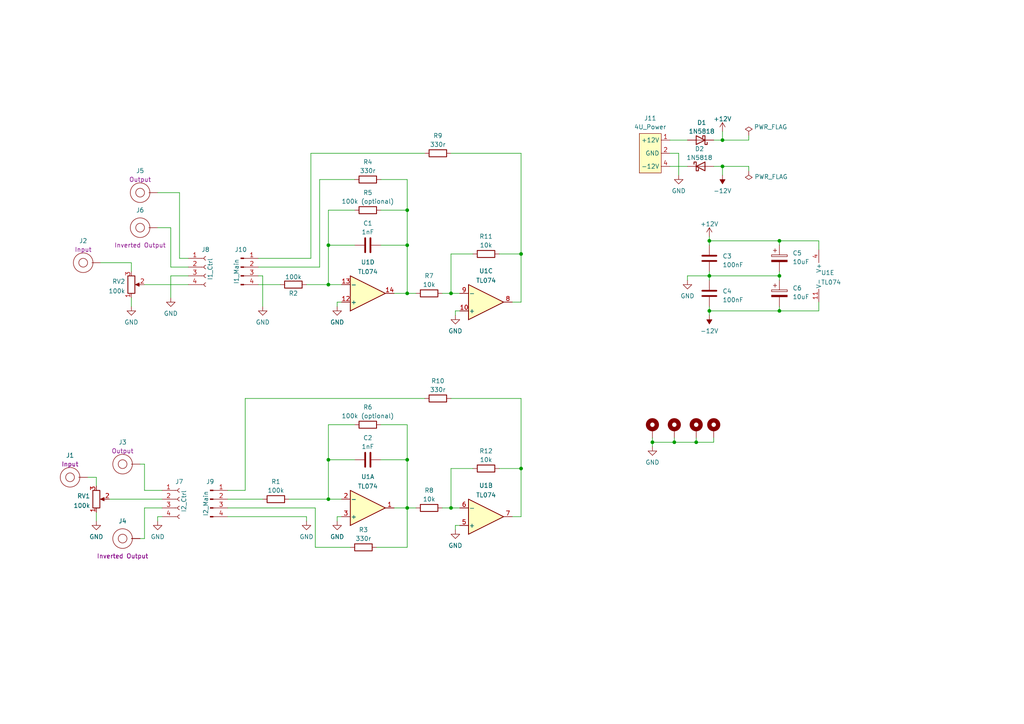
<source format=kicad_sch>
(kicad_sch (version 20230121) (generator eeschema)
  (paper "A4")
  (title_block (title "Simple Integrator") (date "2022-07-14") (rev "r02") (comment 2 "creativecommons.org/licenses/by/4.0/") (comment 3 "License: CC BY 4.0") (comment 4 "Author: Guy John"))
  (lib_symbols
    (symbol "4U_Power:4U_Power"
      (property "Reference" "J" (at 0 6.985 0))
      (property "Value" "4U_Power" (at 0 -6.985 0))
      (symbol "4U_Power_0_1"
        (rectangle (start -2.54 5.715) (end 3.81 -5.715) (stroke (width 0.1524)) (fill (type background)))
      )
      (symbol "4U_Power_1_1"
        (pin power_out line (at 6.35 3.81 180) (length 2.54) (name "+12V") (number "1"))
        (pin power_out line (at 6.35 0 180) (length 2.54) (name "GND") (number "2"))
        (pin passive line (at 6.35 0 180) (length 2.54) hide (name "GND") (number "3"))
        (pin power_out line (at 6.35 -3.81 180) (length 2.54) (name "-12V") (number "4"))
      )
    )
    (symbol "Amplifier_Operational:TL074" (pin_names (offset 0.127))
      (property "Reference" "U" (at 0 5.08 0))
      (property "Value" "TL074" (at 0 -5.08 0))
      (symbol "TL074_1_1"
        (polyline (pts (xy -5.08 5.08) (xy 5.08 0) (xy -5.08 -5.08) (xy -5.08 5.08)) (stroke (width 0.254)) (fill (type background)))
        (pin output line (at 7.62 0 180) (length 2.54) (name "~") (number "1"))
        (pin input line (at -7.62 -2.54 0) (length 2.54) (name "-") (number "2"))
        (pin input line (at -7.62 2.54 0) (length 2.54) (name "+") (number "3"))
      )
      (symbol "TL074_2_1"
        (polyline (pts (xy -5.08 5.08) (xy 5.08 0) (xy -5.08 -5.08) (xy -5.08 5.08)) (stroke (width 0.254)) (fill (type background)))
        (pin input line (at -7.62 2.54 0) (length 2.54) (name "+") (number "5"))
        (pin input line (at -7.62 -2.54 0) (length 2.54) (name "-") (number "6"))
        (pin output line (at 7.62 0 180) (length 2.54) (name "~") (number "7"))
      )
      (symbol "TL074_3_1"
        (polyline (pts (xy -5.08 5.08) (xy 5.08 0) (xy -5.08 -5.08) (xy -5.08 5.08)) (stroke (width 0.254)) (fill (type background)))
        (pin input line (at -7.62 2.54 0) (length 2.54) (name "+") (number "10"))
        (pin output line (at 7.62 0 180) (length 2.54) (name "~") (number "8"))
        (pin input line (at -7.62 -2.54 0) (length 2.54) (name "-") (number "9"))
      )
      (symbol "TL074_4_1"
        (polyline (pts (xy -5.08 5.08) (xy 5.08 0) (xy -5.08 -5.08) (xy -5.08 5.08)) (stroke (width 0.254)) (fill (type background)))
        (pin input line (at -7.62 2.54 0) (length 2.54) (name "+") (number "12"))
        (pin input line (at -7.62 -2.54 0) (length 2.54) (name "-") (number "13"))
        (pin output line (at 7.62 0 180) (length 2.54) (name "~") (number "14"))
      )
      (symbol "TL074_5_1"
        (pin power_in line (at -2.54 -7.62 90) (length 3.81) (name "V-") (number "11"))
        (pin power_in line (at -2.54 7.62 270) (length 3.81) (name "V+") (number "4"))
      )
    )
    (symbol "Banana_Jacks:Banana_Socket_PanelMount" (pin_numbers hide) (pin_names (offset 1.016) hide)
      (property "Reference" "J" (at 0 3.81 0))
      (symbol "Banana_Socket_PanelMount_0_1"
        (circle (center 0 0) (radius 1.27))
        (circle (center 0 0) (radius 2.8448))
      )
      (symbol "Banana_Socket_PanelMount_1_1"
        (pin bidirectional line (at 5.08 0 180) (length 2.54) (name "~") (number "1"))
      )
    )
    (symbol "Connector:Conn_01x04_Pin" (pin_names (offset 1.016) hide)
      (property "Reference" "J" (at 0 5.08 0))
      (property "Value" "Conn_01x04_Pin" (at 0 -7.62 0))
      (symbol "Conn_01x04_Pin_1_1"
        (polyline (pts (xy 1.27 -5.08) (xy 0.8636 -5.08)) (stroke (width 0.1524)))
        (polyline (pts (xy 1.27 -2.54) (xy 0.8636 -2.54)) (stroke (width 0.1524)))
        (polyline (pts (xy 1.27 0) (xy 0.8636 0)) (stroke (width 0.1524)))
        (polyline (pts (xy 1.27 2.54) (xy 0.8636 2.54)) (stroke (width 0.1524)))
        (rectangle (start 0.8636 -4.953) (end 0 -5.207) (stroke (width 0.1524)) (fill (type outline)))
        (rectangle (start 0.8636 -2.413) (end 0 -2.667) (stroke (width 0.1524)) (fill (type outline)))
        (rectangle (start 0.8636 0.127) (end 0 -0.127) (stroke (width 0.1524)) (fill (type outline)))
        (rectangle (start 0.8636 2.667) (end 0 2.413) (stroke (width 0.1524)) (fill (type outline)))
        (pin passive line (at 5.08 2.54 180) (length 3.81) (name "Pin_1") (number "1"))
        (pin passive line (at 5.08 0 180) (length 3.81) (name "Pin_2") (number "2"))
        (pin passive line (at 5.08 -2.54 180) (length 3.81) (name "Pin_3") (number "3"))
        (pin passive line (at 5.08 -5.08 180) (length 3.81) (name "Pin_4") (number "4"))
      )
    )
    (symbol "Connector:Conn_01x04_Socket" (pin_names (offset 1.016) hide)
      (property "Reference" "J" (at 0 5.08 0))
      (property "Value" "Conn_01x04_Socket" (at 0 -7.62 0))
      (symbol "Conn_01x04_Socket_1_1"
        (arc (start 0 -4.572) (mid -0.5058 -5.08) (end 0 -5.588) (stroke (width 0.1524)))
        (arc (start 0 -2.032) (mid -0.5058 -2.54) (end 0 -3.048) (stroke (width 0.1524)))
        (polyline (pts (xy -1.27 -5.08) (xy -0.508 -5.08)) (stroke (width 0.1524)))
        (polyline (pts (xy -1.27 -2.54) (xy -0.508 -2.54)) (stroke (width 0.1524)))
        (polyline (pts (xy -1.27 0) (xy -0.508 0)) (stroke (width 0.1524)))
        (polyline (pts (xy -1.27 2.54) (xy -0.508 2.54)) (stroke (width 0.1524)))
        (arc (start 0 0.508) (mid -0.5058 0) (end 0 -0.508) (stroke (width 0.1524)))
        (arc (start 0 3.048) (mid -0.5058 2.54) (end 0 2.032) (stroke (width 0.1524)))
        (pin passive line (at -5.08 2.54 0) (length 3.81) (name "Pin_1") (number "1"))
        (pin passive line (at -5.08 0 0) (length 3.81) (name "Pin_2") (number "2"))
        (pin passive line (at -5.08 -2.54 0) (length 3.81) (name "Pin_3") (number "3"))
        (pin passive line (at -5.08 -5.08 0) (length 3.81) (name "Pin_4") (number "4"))
      )
    )
    (symbol "Device:D_Schottky" (pin_numbers hide) (pin_names (offset 1.016) hide)
      (property "Reference" "D" (at 0 2.54 0))
      (property "Value" "D_Schottky" (at 0 -2.54 0))
      (symbol "D_Schottky_0_1"
        (polyline (pts (xy 1.27 0) (xy -1.27 0)))
        (polyline (pts (xy 1.27 1.27) (xy 1.27 -1.27) (xy -1.27 0) (xy 1.27 1.27)) (stroke (width 0.254)))
        (polyline (pts (xy -1.905 0.635) (xy -1.905 1.27) (xy -1.27 1.27) (xy -1.27 -1.27) (xy -0.635 -1.27) (xy -0.635 -0.635)) (stroke (width 0.254)))
      )
      (symbol "D_Schottky_1_1"
        (pin passive line (at -3.81 0 0) (length 2.54) (name "K") (number "1"))
        (pin passive line (at 3.81 0 180) (length 2.54) (name "A") (number "2"))
      )
    )
    (symbol "Device:R_Potentiometer" (pin_names (offset 1.016) hide)
      (property "Reference" "RV" (at -4.445 0 90))
      (property "Value" "R_Potentiometer" (at -2.54 0 90))
      (symbol "R_Potentiometer_0_1"
        (polyline (pts (xy 2.54 0) (xy 1.524 0)))
        (polyline (pts (xy 1.143 0) (xy 2.286 0.508) (xy 2.286 -0.508) (xy 1.143 0)) (fill (type outline)))
        (rectangle (start 1.016 2.54) (end -1.016 -2.54) (stroke (width 0.254)))
      )
      (symbol "R_Potentiometer_1_1"
        (pin passive line (at 0 3.81 270) (length 1.27) (name "1") (number "1"))
        (pin passive line (at 3.81 0 180) (length 1.27) (name "2") (number "2"))
        (pin passive line (at 0 -3.81 90) (length 1.27) (name "3") (number "3"))
      )
    )
    (symbol "Mechanical:MountingHole_Pad" (pin_numbers hide) (pin_names (offset 1.016) hide)
      (property "Reference" "H" (at 0 6.35 0))
      (property "Value" "MountingHole_Pad" (at 0 4.445 0))
      (symbol "MountingHole_Pad_0_1"
        (circle (center 0 1.27) (radius 1.27) (stroke (width 1.27)))
      )
      (symbol "MountingHole_Pad_1_1"
        (pin input line (at 0 -2.54 90) (length 2.54) (name "1") (number "1"))
      )
    )
    (symbol "Rumblesan Standard Parts:C" (pin_numbers hide) (pin_names (offset 0.254) hide)
      (property "Reference" "C?" (at -6.35 0 90))
      (property "Value" "C" (at -3.81 0 90))
      (symbol "C_0_1"
        (polyline (pts (xy -2.032 -0.762) (xy 2.032 -0.762)) (stroke (width 0.508)))
        (polyline (pts (xy -2.032 0.762) (xy 2.032 0.762)) (stroke (width 0.508)))
      )
      (symbol "C_1_1"
        (pin passive line (at 0 3.81 270) (length 2.794) (name "~") (number "1"))
        (pin passive line (at 0 -3.81 90) (length 2.794) (name "~") (number "2"))
      )
    )
    (symbol "Rumblesan Standard Parts:C_Polarized" (pin_numbers hide) (pin_names (offset 0.254) hide)
      (property "Reference" "C?" (at -6.35 0 90))
      (property "Value" "C_Polarized" (at -3.81 0 90))
      (symbol "C_Polarized_0_1"
        (rectangle (start -2.286 0.508) (end 2.286 1.016))
        (polyline (pts (xy -1.778 2.286) (xy -0.762 2.286)))
        (polyline (pts (xy -1.27 2.794) (xy -1.27 1.778)))
        (rectangle (start 2.286 -0.508) (end -2.286 -1.016) (fill (type outline)))
      )
      (symbol "C_Polarized_1_1"
        (pin passive line (at 0 3.81 270) (length 2.794) (name "~") (number "1"))
        (pin passive line (at 0 -3.81 90) (length 2.794) (name "~") (number "2"))
      )
    )
    (symbol "Rumblesan Standard Parts:R" (pin_numbers hide) (pin_names (offset 0))
      (property "Reference" "R?" (at -5.08 0 90))
      (property "Value" "R" (at -2.54 0 90))
      (symbol "R_0_1"
        (rectangle (start 1.016 2.54) (end -1.016 -2.54) (stroke (width 0.254)))
      )
      (symbol "R_1_1"
        (pin passive line (at 0 -3.81 90) (length 1.27) (name "~") (number "1"))
        (pin passive line (at 0 3.81 270) (length 1.27) (name "~") (number "2"))
      )
    )
    (symbol "power:+12V" (power) (pin_names (offset 0))
      (property "Value" "+12V" (at 0 3.556 0))
      (symbol "+12V_0_1"
        (polyline (pts (xy -0.762 1.27) (xy 0 2.54)))
        (polyline (pts (xy 0 0) (xy 0 2.54)))
        (polyline (pts (xy 0 2.54) (xy 0.762 1.27)))
      )
      (symbol "+12V_1_1"
        (pin power_in line (at 0 0 90) (length 0) hide (name "+12V") (number "1"))
      )
    )
    (symbol "power:-12V" (power) (pin_names (offset 0))
      (property "Value" "-12V" (at 0 3.81 0))
      (symbol "-12V_0_0"
        (pin power_in line (at 0 0 90) (length 0) hide (name "-12V") (number "1"))
      )
      (symbol "-12V_0_1"
        (polyline (pts (xy 0 0) (xy 0 1.27) (xy 0.762 1.27) (xy 0 2.54) (xy -0.762 1.27) (xy 0 1.27)) (fill (type outline)))
      )
    )
    (symbol "power:GND" (power) (pin_names (offset 0))
      (property "Value" "GND" (at 0 -3.81 0))
      (symbol "GND_0_1"
        (polyline (pts (xy 0 0) (xy 0 -1.27) (xy 1.27 -1.27) (xy 0 -2.54) (xy -1.27 -1.27) (xy 0 -1.27)))
      )
      (symbol "GND_1_1"
        (pin power_in line (at 0 0 270) (length 0) hide (name "GND") (number "1"))
      )
    )
    (symbol "power:PWR_FLAG" (power) (pin_numbers hide) (pin_names (offset 0) hide)
      (property "Value" "PWR_FLAG" (at 0 3.81 0))
      (symbol "PWR_FLAG_0_0"
        (pin power_out line (at 0 0 90) (length 0) (name "pwr") (number "1"))
      )
      (symbol "PWR_FLAG_0_1"
        (polyline (pts (xy 0 0) (xy 0 1.27) (xy -1.016 1.905) (xy 0 2.54) (xy 1.016 1.905) (xy 0 1.27)))
      )
    )
  )
  (junction (at 130.81 147.32))
  (junction (at 195.58 128.27))
  (junction (at 118.11 133.35))
  (junction (at 201.93 128.27))
  (junction (at 151.13 73.66))
  (junction (at 95.25 82.55))
  (junction (at 95.25 144.78))
  (junction (at 226.06 90.17))
  (junction (at 130.81 85.09))
  (junction (at 95.25 133.35))
  (junction (at 189.23 128.27))
  (junction (at 226.06 80.01))
  (junction (at 205.74 90.17))
  (junction (at 118.11 71.12))
  (junction (at 209.55 40.64))
  (junction (at 205.74 69.85))
  (junction (at 118.11 60.96))
  (junction (at 209.55 48.26))
  (junction (at 151.13 135.89))
  (junction (at 118.11 85.09))
  (junction (at 226.06 69.85))
  (junction (at 118.11 147.32))
  (junction (at 205.74 80.01))
  (junction (at 95.25 71.12))
  (wire (pts (xy 148.59 149.86) (xy 151.13 149.86)))
  (wire (pts (xy 88.9 149.86) (xy 88.9 151.13)))
  (wire (pts (xy 205.74 69.85) (xy 226.06 69.85)))
  (wire (pts (xy 207.01 127) (xy 207.01 128.27)))
  (wire (pts (xy 118.11 85.09) (xy 120.65 85.09)))
  (wire (pts (xy 151.13 135.89) (xy 144.78 135.89)))
  (wire (pts (xy 76.2 80.01) (xy 76.2 88.9)))
  (wire (pts (xy 66.04 144.78) (xy 76.2 144.78)))
  (wire (pts (xy 118.11 52.07) (xy 118.11 60.96)))
  (wire (pts (xy 118.11 60.96) (xy 118.11 71.12)))
  (wire (pts (xy 130.81 85.09) (xy 130.81 73.66)))
  (wire (pts (xy 45.72 149.86) (xy 45.72 151.13)))
  (wire (pts (xy 97.79 87.63) (xy 97.79 88.9)))
  (wire (pts (xy 226.06 69.85) (xy 237.49 69.85)))
  (wire (pts (xy 217.17 40.64) (xy 209.55 40.64)))
  (wire (pts (xy 130.81 135.89) (xy 137.16 135.89)))
  (wire (pts (xy 92.71 52.07) (xy 102.87 52.07)))
  (wire (pts (xy 29.21 76.2) (xy 38.1 76.2)))
  (wire (pts (xy 95.25 123.19) (xy 95.25 133.35)))
  (wire (pts (xy 97.79 149.86) (xy 97.79 151.13)))
  (wire (pts (xy 199.39 80.01) (xy 205.74 80.01)))
  (wire (pts (xy 199.39 81.28) (xy 199.39 80.01)))
  (wire (pts (xy 130.81 73.66) (xy 137.16 73.66)))
  (wire (pts (xy 90.17 44.45) (xy 90.17 74.93)))
  (wire (pts (xy 83.82 144.78) (xy 95.25 144.78)))
  (wire (pts (xy 52.07 55.88) (xy 45.72 55.88)))
  (wire (pts (xy 151.13 73.66) (xy 144.78 73.66)))
  (wire (pts (xy 114.3 147.32) (xy 118.11 147.32)))
  (wire (pts (xy 128.27 147.32) (xy 130.81 147.32)))
  (wire (pts (xy 118.11 147.32) (xy 118.11 133.35)))
  (wire (pts (xy 128.27 85.09) (xy 130.81 85.09)))
  (wire (pts (xy 27.94 138.43) (xy 27.94 140.97)))
  (wire (pts (xy 196.85 44.45) (xy 196.85 50.8)))
  (wire (pts (xy 151.13 44.45) (xy 151.13 73.66)))
  (wire (pts (xy 95.25 133.35) (xy 95.25 144.78)))
  (wire (pts (xy 95.25 60.96) (xy 95.25 71.12)))
  (wire (pts (xy 27.94 148.59) (xy 27.94 151.13)))
  (wire (pts (xy 205.74 90.17) (xy 226.06 90.17)))
  (wire (pts (xy 99.06 87.63) (xy 97.79 87.63)))
  (wire (pts (xy 54.61 74.93) (xy 52.07 74.93)))
  (wire (pts (xy 52.07 74.93) (xy 52.07 55.88)))
  (wire (pts (xy 130.81 44.45) (xy 151.13 44.45)))
  (wire (pts (xy 226.06 71.12) (xy 226.06 69.85)))
  (wire (pts (xy 45.72 66.04) (xy 49.53 66.04)))
  (wire (pts (xy 217.17 48.26) (xy 209.55 48.26)))
  (wire (pts (xy 205.74 78.74) (xy 205.74 80.01)))
  (wire (pts (xy 74.93 82.55) (xy 81.28 82.55)))
  (wire (pts (xy 71.12 115.57) (xy 123.19 115.57)))
  (wire (pts (xy 118.11 133.35) (xy 110.49 133.35)))
  (wire (pts (xy 226.06 80.01) (xy 226.06 81.28)))
  (wire (pts (xy 102.87 123.19) (xy 95.25 123.19)))
  (wire (pts (xy 31.75 144.78) (xy 46.99 144.78)))
  (wire (pts (xy 237.49 90.17) (xy 237.49 87.63)))
  (wire (pts (xy 209.55 48.26) (xy 209.55 50.8)))
  (wire (pts (xy 46.99 142.24) (xy 41.91 142.24)))
  (wire (pts (xy 92.71 77.47) (xy 92.71 52.07)))
  (wire (pts (xy 66.04 142.24) (xy 71.12 142.24)))
  (wire (pts (xy 205.74 91.44) (xy 205.74 90.17)))
  (wire (pts (xy 130.81 147.32) (xy 133.35 147.32)))
  (wire (pts (xy 66.04 149.86) (xy 88.9 149.86)))
  (wire (pts (xy 109.22 158.75) (xy 118.11 158.75)))
  (wire (pts (xy 49.53 66.04) (xy 49.53 77.47)))
  (wire (pts (xy 118.11 85.09) (xy 118.11 71.12)))
  (wire (pts (xy 205.74 69.85) (xy 205.74 71.12)))
  (wire (pts (xy 91.44 147.32) (xy 91.44 158.75)))
  (wire (pts (xy 49.53 77.47) (xy 54.61 77.47)))
  (wire (pts (xy 41.91 142.24) (xy 41.91 134.62)))
  (wire (pts (xy 66.04 147.32) (xy 91.44 147.32)))
  (wire (pts (xy 207.01 48.26) (xy 209.55 48.26)))
  (wire (pts (xy 209.55 40.64) (xy 209.55 38.1)))
  (wire (pts (xy 95.25 71.12) (xy 95.25 82.55)))
  (wire (pts (xy 207.01 40.64) (xy 209.55 40.64)))
  (wire (pts (xy 130.81 115.57) (xy 151.13 115.57)))
  (wire (pts (xy 123.19 44.45) (xy 90.17 44.45)))
  (wire (pts (xy 95.25 144.78) (xy 99.06 144.78)))
  (wire (pts (xy 226.06 90.17) (xy 226.06 88.9)))
  (wire (pts (xy 114.3 85.09) (xy 118.11 85.09)))
  (wire (pts (xy 189.23 127) (xy 189.23 128.27)))
  (wire (pts (xy 49.53 80.01) (xy 49.53 86.36)))
  (wire (pts (xy 151.13 87.63) (xy 151.13 73.66)))
  (wire (pts (xy 118.11 147.32) (xy 120.65 147.32)))
  (wire (pts (xy 194.31 40.64) (xy 199.39 40.64)))
  (wire (pts (xy 207.01 128.27) (xy 201.93 128.27)))
  (wire (pts (xy 133.35 152.4) (xy 132.08 152.4)))
  (wire (pts (xy 38.1 86.36) (xy 38.1 88.9)))
  (wire (pts (xy 41.91 156.21) (xy 40.64 156.21)))
  (wire (pts (xy 237.49 69.85) (xy 237.49 72.39)))
  (wire (pts (xy 46.99 147.32) (xy 41.91 147.32)))
  (wire (pts (xy 130.81 85.09) (xy 133.35 85.09)))
  (wire (pts (xy 118.11 158.75) (xy 118.11 147.32)))
  (wire (pts (xy 217.17 49.53) (xy 217.17 48.26)))
  (wire (pts (xy 148.59 87.63) (xy 151.13 87.63)))
  (wire (pts (xy 194.31 44.45) (xy 196.85 44.45)))
  (wire (pts (xy 118.11 123.19) (xy 118.11 133.35)))
  (wire (pts (xy 189.23 128.27) (xy 189.23 129.54)))
  (wire (pts (xy 151.13 115.57) (xy 151.13 135.89)))
  (wire (pts (xy 132.08 152.4) (xy 132.08 153.67)))
  (wire (pts (xy 130.81 147.32) (xy 130.81 135.89)))
  (wire (pts (xy 25.4 138.43) (xy 27.94 138.43)))
  (wire (pts (xy 195.58 128.27) (xy 189.23 128.27)))
  (wire (pts (xy 195.58 127) (xy 195.58 128.27)))
  (wire (pts (xy 132.08 90.17) (xy 132.08 91.44)))
  (wire (pts (xy 194.31 48.26) (xy 199.39 48.26)))
  (wire (pts (xy 110.49 52.07) (xy 118.11 52.07)))
  (wire (pts (xy 205.74 68.58) (xy 205.74 69.85)))
  (wire (pts (xy 38.1 76.2) (xy 38.1 78.74)))
  (wire (pts (xy 74.93 74.93) (xy 90.17 74.93)))
  (wire (pts (xy 74.93 80.01) (xy 76.2 80.01)))
  (wire (pts (xy 110.49 123.19) (xy 118.11 123.19)))
  (wire (pts (xy 226.06 78.74) (xy 226.06 80.01)))
  (wire (pts (xy 110.49 60.96) (xy 118.11 60.96)))
  (wire (pts (xy 226.06 90.17) (xy 237.49 90.17)))
  (wire (pts (xy 205.74 80.01) (xy 205.74 81.28)))
  (wire (pts (xy 95.25 82.55) (xy 99.06 82.55)))
  (wire (pts (xy 74.93 77.47) (xy 92.71 77.47)))
  (wire (pts (xy 205.74 90.17) (xy 205.74 88.9)))
  (wire (pts (xy 41.91 134.62) (xy 40.64 134.62)))
  (wire (pts (xy 91.44 158.75) (xy 101.6 158.75)))
  (wire (pts (xy 46.99 149.86) (xy 45.72 149.86)))
  (wire (pts (xy 217.17 39.37) (xy 217.17 40.64)))
  (wire (pts (xy 118.11 71.12) (xy 110.49 71.12)))
  (wire (pts (xy 133.35 90.17) (xy 132.08 90.17)))
  (wire (pts (xy 201.93 127) (xy 201.93 128.27)))
  (wire (pts (xy 41.91 147.32) (xy 41.91 156.21)))
  (wire (pts (xy 71.12 142.24) (xy 71.12 115.57)))
  (wire (pts (xy 205.74 80.01) (xy 226.06 80.01)))
  (wire (pts (xy 95.25 71.12) (xy 102.87 71.12)))
  (wire (pts (xy 88.9 82.55) (xy 95.25 82.55)))
  (wire (pts (xy 54.61 80.01) (xy 49.53 80.01)))
  (wire (pts (xy 41.91 82.55) (xy 54.61 82.55)))
  (wire (pts (xy 99.06 149.86) (xy 97.79 149.86)))
  (wire (pts (xy 151.13 149.86) (xy 151.13 135.89)))
  (wire (pts (xy 95.25 133.35) (xy 102.87 133.35)))
  (wire (pts (xy 102.87 60.96) (xy 95.25 60.96)))
  (wire (pts (xy 201.93 128.27) (xy 195.58 128.27)))
  (symbol (lib_id "power:PWR_FLAG") (at 217.17 49.53 180) (unit 1)
    (property "Reference" "#FLG02" (effects hide))
    (property "Value" "PWR_FLAG" (at 218.821 51.279 0) (effects (justify right)))
  )
  (symbol (lib_id "Rumblesan Standard Parts:C") (at 205.74 85.09 0) (unit 1)
    (property "Reference" "C4" (at 209.55 84.455 0) (effects (justify left)))
    (property "Value" "100nF" (at 209.55 86.995 0) (effects (justify left)))
    (property "Footprint" "Rumblesan_Standard_Parts:C_Rect_L7.0mm_W3.5mm_P5.00mm" (effects hide))
    (property "Spec" "ceramic X7R" (effects hide))
    (property "Tolerance" "5%" (effects hide))
  )
  (symbol (lib_id "power:GND") (at 45.72 151.13 0) (unit 1)
    (property "Reference" "#PWR03" (effects hide))
    (property "Value" "GND" (at 45.72 155.6925 0))
  )
  (symbol (lib_id "Device:D_Schottky") (at 203.2 40.64 180) (unit 1)
    (property "Reference" "D1" (at 203.5175 35.56 0))
    (property "Value" "1N5818" (at 203.5175 38.1 0))
    (property "Footprint" "Rumblesan_Standard_Parts:D_DO-41_SOD81_P10.16mm_Horizontal" (effects hide))
  )
  (symbol (lib_id "power:+12V") (at 209.55 38.1 0) (unit 1)
    (property "Reference" "#PWR016" (effects hide))
    (property "Value" "+12V" (at 209.55 34.4955 0))
  )
  (symbol (lib_id "Connector:Conn_01x04_Socket") (at 59.69 77.47 0) (unit 1)
    (property "Reference" "J8" (at 58.42 72.39 0) (effects (justify left)))
    (property "Value" "I1_Ctrl" (at 60.96 81.28 90) (effects (justify left)))
    (property "Footprint" "Connector_PinSocket_2.54mm:PinSocket_1x04_P2.54mm_Vertical" (effects hide))
  )
  (symbol (lib_id "power:GND") (at 27.94 151.13 0) (unit 1)
    (property "Reference" "#PWR01" (effects hide))
    (property "Value" "GND" (at 27.94 155.6925 0))
  )
  (symbol (lib_id "Amplifier_Operational:TL074") (at 140.97 87.63 0) (mirror x) (unit 3)
    (property "Reference" "U1" (at 140.97 78.5835 0))
    (property "Value" "TL074" (at 140.97 81.3586 0))
    (property "Footprint" "Rumblesan_Standard_Parts:DIP-14_W7.62mm_Socket" (effects hide))
    (property "Datasheet" "http://www.ti.com/lit/ds/symlink/tl071.pdf" (effects hide))
  )
  (symbol (lib_id "power:GND") (at 189.23 129.54 0) (unit 1)
    (property "Reference" "#PWR011" (effects hide))
    (property "Value" "GND" (at 189.23 134.1025 0))
  )
  (symbol (lib_id "Rumblesan Standard Parts:C") (at 106.68 133.35 90) (unit 1)
    (property "Reference" "C2" (at 106.68 127 90))
    (property "Value" "1nF" (at 106.68 129.54 90))
    (property "Footprint" "Rumblesan_Standard_Parts:C_Rect_L7.0mm_W3.5mm_P5.00mm" (effects hide))
    (property "Spec" "ceramic C0G" (effects hide))
    (property "Tolerance" "5%" (effects hide))
  )
  (symbol (lib_id "Banana_Jacks:Banana_Socket_PanelMount") (at 40.64 66.04 0) (unit 1)
    (property "Reference" "J6" (at 40.64 60.96 0))
    (property "Value" "BananaJack_PanelMount" (effects hide))
    (property "Footprint" "Rumblesan_Standard_Parts:BananaJack_THT_JohnsonCinch_108-09" (effects hide))
    (property "Vendor" "Mouser" (effects hide))
    (property "SKU" "108-0901-1" (effects hide))
    (property "Note" "Inverted Output" (at 40.64 71.12 0))
  )
  (symbol (lib_id "Rumblesan Standard Parts:R") (at 127 44.45 90) (unit 1)
    (property "Reference" "R9" (at 127 39.37 90))
    (property "Value" "330r" (at 127 41.91 90))
    (property "Footprint" "Rumblesan_Standard_Parts:R_Axial_DIN0207_L6.3mm_D2.5mm_P10.16mm_Horizontal" (effects hide))
    (property "Tolerance" "1%" (effects hide))
    (property "Power" "0.5W" (effects hide))
    (property "Spec" "metal film" (effects hide))
  )
  (symbol (lib_id "Banana_Jacks:Banana_Socket_PanelMount") (at 35.56 156.21 0) (unit 1)
    (property "Reference" "J4" (at 35.56 151.13 0))
    (property "Value" "BananaJack_PanelMount" (effects hide))
    (property "Footprint" "Rumblesan_Standard_Parts:BananaJack_THT_JohnsonCinch_108-09" (effects hide))
    (property "Vendor" "Mouser" (effects hide))
    (property "SKU" "108-0901-1" (effects hide))
    (property "Note" "Inverted Output" (at 35.56 161.29 0))
  )
  (symbol (lib_id "Banana_Jacks:Banana_Socket_PanelMount") (at 40.64 55.88 0) (unit 1)
    (property "Reference" "J5" (at 40.64 49.53 0))
    (property "Value" "BananaJack_PanelMount" (effects hide))
    (property "Footprint" "Rumblesan_Standard_Parts:BananaJack_THT_JohnsonCinch_108-09" (effects hide))
    (property "Vendor" "Mouser" (effects hide))
    (property "SKU" "108-0901-1" (effects hide))
    (property "Note" "Output" (at 40.64 52.07 0))
  )
  (symbol (lib_id "Rumblesan Standard Parts:R") (at 124.46 147.32 90) (unit 1)
    (property "Reference" "R8" (at 124.46 142.24 90))
    (property "Value" "10k" (at 124.46 144.78 90))
    (property "Footprint" "Rumblesan_Standard_Parts:R_Axial_DIN0207_L6.3mm_D2.5mm_P10.16mm_Horizontal" (effects hide))
    (property "Tolerance" "1%" (effects hide))
    (property "Power" "0.5W" (effects hide))
    (property "Spec" "metal film" (effects hide))
  )
  (symbol (lib_id "Banana_Jacks:Banana_Socket_PanelMount") (at 20.32 138.43 0) (unit 1)
    (property "Reference" "J1" (at 20.32 132.08 0))
    (property "Value" "BananaJack_PanelMount" (effects hide))
    (property "Footprint" "Rumblesan_Standard_Parts:BananaJack_THT_JohnsonCinch_108-09" (effects hide))
    (property "Vendor" "Mouser" (effects hide))
    (property "SKU" "108-0901-1" (effects hide))
    (property "Note" "Input" (at 20.32 134.62 0))
  )
  (symbol (lib_id "Rumblesan Standard Parts:R") (at 106.68 52.07 90) (unit 1)
    (property "Reference" "R4" (at 106.68 46.99 90))
    (property "Value" "330r" (at 106.68 49.53 90))
    (property "Footprint" "Rumblesan_Standard_Parts:R_Axial_DIN0207_L6.3mm_D2.5mm_P10.16mm_Horizontal" (effects hide))
    (property "Tolerance" "1%" (effects hide))
    (property "Power" "0.5W" (effects hide))
    (property "Spec" "metal film" (effects hide))
  )
  (symbol (lib_id "Rumblesan Standard Parts:R") (at 106.68 60.96 90) (unit 1)
    (property "Reference" "R5" (at 106.68 55.88 90))
    (property "Value" "100k (optional)" (at 106.68 58.42 90))
    (property "Footprint" "Rumblesan_Standard_Parts:R_Axial_DIN0207_L6.3mm_D2.5mm_P10.16mm_Horizontal" (effects hide))
    (property "Tolerance" "1%" (effects hide))
    (property "Power" "0.5W" (effects hide))
    (property "Spec" "metal film" (effects hide))
  )
  (symbol (lib_id "Connector:Conn_01x04_Pin") (at 60.96 144.78 0) (unit 1)
    (property "Reference" "J9" (at 60.96 139.7 0))
    (property "Value" "I2_Main" (at 59.69 146.05 90))
    (property "Footprint" "Connector_PinHeader_2.54mm:PinHeader_1x04_P2.54mm_Vertical" (effects hide))
  )
  (symbol (lib_id "power:GND") (at 199.39 81.28 0) (unit 1)
    (property "Reference" "#PWR013" (effects hide))
    (property "Value" "GND" (at 199.39 85.8425 0))
  )
  (symbol (lib_id "power:GND") (at 49.53 86.36 0) (unit 1)
    (property "Reference" "#PWR04" (effects hide))
    (property "Value" "GND" (at 49.53 90.9225 0))
  )
  (symbol (lib_id "power:GND") (at 196.85 50.8 0) (unit 1)
    (property "Reference" "#PWR012" (effects hide))
    (property "Value" "GND" (at 196.85 55.3625 0))
  )
  (symbol (lib_id "Rumblesan Standard Parts:R") (at 127 115.57 90) (unit 1)
    (property "Reference" "R10" (at 127 110.49 90))
    (property "Value" "330r" (at 127 113.03 90))
    (property "Footprint" "Rumblesan_Standard_Parts:R_Axial_DIN0207_L6.3mm_D2.5mm_P10.16mm_Horizontal" (effects hide))
    (property "Tolerance" "1%" (effects hide))
    (property "Power" "0.5W" (effects hide))
    (property "Spec" "metal film" (effects hide))
  )
  (symbol (lib_id "Device:R_Potentiometer") (at 27.94 144.78 0) (mirror x) (unit 1)
    (property "Reference" "RV1" (at 26.1621 143.8715 0) (effects (justify right)))
    (property "Value" "100k" (at 26.1621 146.6466 0) (effects (justify right)))
    (property "Footprint" "Rumblesan_Standard_Parts:Potentiometer_Alpha_RD901F-40-00D_Single_Vertical" (effects hide))
  )
  (symbol (lib_id "power:-12V") (at 205.74 91.44 180) (unit 1)
    (property "Reference" "#PWR015" (effects hide))
    (property "Value" "-12V" (at 205.74 96.0025 0))
  )
  (symbol (lib_id "power:GND") (at 38.1 88.9 0) (unit 1)
    (property "Reference" "#PWR02" (effects hide))
    (property "Value" "GND" (at 38.1 93.4625 0))
  )
  (symbol (lib_id "Rumblesan Standard Parts:R") (at 106.68 123.19 90) (unit 1)
    (property "Reference" "R6" (at 106.68 118.11 90))
    (property "Value" "100k (optional)" (at 106.68 120.65 90))
    (property "Footprint" "Rumblesan_Standard_Parts:R_Axial_DIN0207_L6.3mm_D2.5mm_P10.16mm_Horizontal" (effects hide))
    (property "Tolerance" "1%" (effects hide))
    (property "Power" "0.5W" (effects hide))
    (property "Spec" "metal film" (effects hide))
  )
  (symbol (lib_id "power:GND") (at 88.9 151.13 0) (unit 1)
    (property "Reference" "#PWR06" (effects hide))
    (property "Value" "GND" (at 88.9 155.6925 0))
  )
  (symbol (lib_id "power:GND") (at 132.08 91.44 0) (unit 1)
    (property "Reference" "#PWR09" (effects hide))
    (property "Value" "GND" (at 132.08 96.0025 0))
  )
  (symbol (lib_id "Connector:Conn_01x04_Socket") (at 52.07 144.78 0) (unit 1)
    (property "Reference" "J7" (at 50.8 139.7 0) (effects (justify left)))
    (property "Value" "I2_Ctrl" (at 53.34 148.59 90) (effects (justify left)))
    (property "Footprint" "Connector_PinSocket_2.54mm:PinSocket_1x04_P2.54mm_Vertical" (effects hide))
  )
  (symbol (lib_id "Rumblesan Standard Parts:C_Polarized") (at 226.06 74.93 0) (unit 1)
    (property "Reference" "C5" (at 229.87 73.406 0) (effects (justify left)))
    (property "Value" "10uF" (at 229.87 75.946 0) (effects (justify left)))
    (property "Footprint" "Rumblesan_Standard_Parts:CP_Radial_D5.0mm_P2.00mm" (effects hide))
    (property "Spec" "electrolytic" (effects hide))
    (property "Tolerance" "20%" (effects hide))
    (property "Voltage" "50v" (effects hide))
  )
  (symbol (lib_id "Rumblesan Standard Parts:R") (at 140.97 73.66 90) (unit 1)
    (property "Reference" "R11" (at 140.97 68.58 90))
    (property "Value" "10k" (at 140.97 71.12 90))
    (property "Footprint" "Rumblesan_Standard_Parts:R_Axial_DIN0207_L6.3mm_D2.5mm_P10.16mm_Horizontal" (effects hide))
    (property "Tolerance" "1%" (effects hide))
    (property "Power" "0.5W" (effects hide))
    (property "Spec" "metal film" (effects hide))
  )
  (symbol (lib_id "4U_Power:4U_Power") (at 187.96 44.45 0) (unit 1)
    (property "Reference" "J11" (at 188.595 34.29 0))
    (property "Value" "4U_Power" (at 188.595 36.83 0))
    (property "Footprint" "4U_Power:4u_Power_Molex_KK-254_P2.54mm" (effects hide))
  )
  (symbol (lib_id "Mechanical:MountingHole_Pad") (at 201.93 124.46 0) (unit 1) (in_bom no)
    (property "Reference" "H3" (effects hide))
    (property "Value" "MountingHole_Pad" (effects hide))
    (property "Footprint" "MountingHole:MountingHole_3.2mm_M3_Pad" (effects hide))
  )
  (symbol (lib_id "Device:D_Schottky") (at 203.2 48.26 0) (unit 1)
    (property "Reference" "D2" (at 202.8825 43.18 0))
    (property "Value" "1N5818" (at 202.8825 45.72 0))
    (property "Footprint" "Rumblesan_Standard_Parts:D_DO-41_SOD81_P10.16mm_Horizontal" (effects hide))
  )
  (symbol (lib_id "Rumblesan Standard Parts:R") (at 80.01 144.78 90) (unit 1)
    (property "Reference" "R1" (at 80.01 139.7 90))
    (property "Value" "100k" (at 80.01 142.24 90))
    (property "Footprint" "Rumblesan_Standard_Parts:R_Axial_DIN0207_L6.3mm_D2.5mm_P10.16mm_Horizontal" (effects hide))
    (property "Tolerance" "1%" (effects hide))
    (property "Power" "0.5W" (effects hide))
    (property "Spec" "metal film" (effects hide))
  )
  (symbol (lib_id "power:GND") (at 132.08 153.67 0) (unit 1)
    (property "Reference" "#PWR010" (effects hide))
    (property "Value" "GND" (at 132.08 158.2325 0))
  )
  (symbol (lib_id "power:-12V") (at 209.55 50.8 180) (unit 1)
    (property "Reference" "#PWR017" (effects hide))
    (property "Value" "-12V" (at 209.55 55.3625 0))
  )
  (symbol (lib_id "Rumblesan Standard Parts:R") (at 140.97 135.89 90) (unit 1)
    (property "Reference" "R12" (at 140.97 130.81 90))
    (property "Value" "10k" (at 140.97 133.35 90))
    (property "Footprint" "Rumblesan_Standard_Parts:R_Axial_DIN0207_L6.3mm_D2.5mm_P10.16mm_Horizontal" (effects hide))
    (property "Tolerance" "1%" (effects hide))
    (property "Power" "0.5W" (effects hide))
    (property "Spec" "metal film" (effects hide))
  )
  (symbol (lib_id "power:GND") (at 97.79 88.9 0) (unit 1)
    (property "Reference" "#PWR07" (effects hide))
    (property "Value" "GND" (at 97.79 93.4625 0))
  )
  (symbol (lib_id "Mechanical:MountingHole_Pad") (at 207.01 124.46 0) (unit 1) (in_bom no)
    (property "Reference" "H4" (effects hide))
    (property "Value" "MountingHole_Pad" (effects hide))
    (property "Footprint" "MountingHole:MountingHole_3.2mm_M3_Pad" (effects hide))
  )
  (symbol (lib_id "Rumblesan Standard Parts:C") (at 106.68 71.12 90) (unit 1)
    (property "Reference" "C1" (at 106.68 64.77 90))
    (property "Value" "1nF" (at 106.68 67.31 90))
    (property "Footprint" "Rumblesan_Standard_Parts:C_Rect_L7.0mm_W3.5mm_P5.00mm" (effects hide))
    (property "Spec" "ceramic C0G" (effects hide))
    (property "Tolerance" "5%" (effects hide))
  )
  (symbol (lib_id "power:GND") (at 76.2 88.9 0) (unit 1)
    (property "Reference" "#PWR05" (effects hide))
    (property "Value" "GND" (at 76.2 93.4625 0))
  )
  (symbol (lib_id "Mechanical:MountingHole_Pad") (at 189.23 124.46 0) (unit 1) (in_bom no)
    (property "Reference" "H1" (effects hide))
    (property "Value" "MountingHole_Pad" (effects hide))
    (property "Footprint" "MountingHole:MountingHole_3.2mm_M3_Pad" (effects hide))
  )
  (symbol (lib_id "Rumblesan Standard Parts:C_Polarized") (at 226.06 85.09 0) (unit 1)
    (property "Reference" "C6" (at 229.87 83.566 0) (effects (justify left)))
    (property "Value" "10uF" (at 229.87 86.106 0) (effects (justify left)))
    (property "Footprint" "Rumblesan_Standard_Parts:CP_Radial_D5.0mm_P2.00mm" (effects hide))
    (property "Spec" "electrolytic" (effects hide))
    (property "Tolerance" "20%" (effects hide))
    (property "Voltage" "50v" (effects hide))
  )
  (symbol (lib_id "Banana_Jacks:Banana_Socket_PanelMount") (at 24.13 76.2 0) (unit 1)
    (property "Reference" "J2" (at 24.13 69.85 0))
    (property "Value" "BananaJack_PanelMount" (effects hide))
    (property "Footprint" "Rumblesan_Standard_Parts:BananaJack_THT_JohnsonCinch_108-09" (effects hide))
    (property "Vendor" "Mouser" (effects hide))
    (property "SKU" "108-0901-1" (effects hide))
    (property "Note" "Input" (at 24.13 72.39 0))
  )
  (symbol (lib_id "Connector:Conn_01x04_Pin") (at 69.85 77.47 0) (unit 1)
    (property "Reference" "J10" (at 69.85 72.39 0))
    (property "Value" "I1_Main" (at 68.58 78.74 90))
    (property "Footprint" "Connector_PinHeader_2.54mm:PinHeader_1x04_P2.54mm_Vertical" (effects hide))
  )
  (symbol (lib_id "Amplifier_Operational:TL074") (at 240.03 80.01 0) (unit 5)
    (property "Reference" "U1" (at 238.125 79.1015 0) (effects (justify left)))
    (property "Value" "TL074" (at 238.125 81.8766 0) (effects (justify left)))
    (property "Footprint" "Rumblesan_Standard_Parts:DIP-14_W7.62mm_Socket" (effects hide))
    (property "Datasheet" "http://www.ti.com/lit/ds/symlink/tl071.pdf" (effects hide))
  )
  (symbol (lib_id "power:GND") (at 97.79 151.13 0) (unit 1)
    (property "Reference" "#PWR08" (effects hide))
    (property "Value" "GND" (at 97.79 155.6925 0))
  )
  (symbol (lib_id "Banana_Jacks:Banana_Socket_PanelMount") (at 35.56 134.62 0) (unit 1)
    (property "Reference" "J3" (at 35.56 128.27 0))
    (property "Value" "BananaJack_PanelMount" (effects hide))
    (property "Footprint" "Rumblesan_Standard_Parts:BananaJack_THT_JohnsonCinch_108-09" (effects hide))
    (property "Vendor" "Mouser" (effects hide))
    (property "SKU" "108-0901-1" (effects hide))
    (property "Note" "Output" (at 35.56 130.81 0))
  )
  (symbol (lib_id "Amplifier_Operational:TL074") (at 106.68 147.32 0) (mirror x) (unit 1)
    (property "Reference" "U1" (at 106.68 138.2735 0))
    (property "Value" "TL074" (at 106.68 141.0486 0))
    (property "Footprint" "Rumblesan_Standard_Parts:DIP-14_W7.62mm_Socket" (effects hide))
    (property "Datasheet" "http://www.ti.com/lit/ds/symlink/tl071.pdf" (effects hide))
  )
  (symbol (lib_id "Rumblesan Standard Parts:R") (at 124.46 85.09 90) (unit 1)
    (property "Reference" "R7" (at 124.46 80.01 90))
    (property "Value" "10k" (at 124.46 82.55 90))
    (property "Footprint" "Rumblesan_Standard_Parts:R_Axial_DIN0207_L6.3mm_D2.5mm_P10.16mm_Horizontal" (effects hide))
    (property "Tolerance" "1%" (effects hide))
    (property "Power" "0.5W" (effects hide))
    (property "Spec" "metal film" (effects hide))
  )
  (symbol (lib_id "Amplifier_Operational:TL074") (at 106.68 85.09 0) (mirror x) (unit 4)
    (property "Reference" "U1" (at 106.68 76.0435 0))
    (property "Value" "TL074" (at 106.68 78.8186 0))
    (property "Footprint" "Rumblesan_Standard_Parts:DIP-14_W7.62mm_Socket" (effects hide))
    (property "Datasheet" "http://www.ti.com/lit/ds/symlink/tl071.pdf" (effects hide))
  )
  (symbol (lib_id "Device:R_Potentiometer") (at 38.1 82.55 0) (mirror x) (unit 1)
    (property "Reference" "RV2" (at 36.3221 81.6415 0) (effects (justify right)))
    (property "Value" "100k" (at 36.3221 84.4166 0) (effects (justify right)))
    (property "Footprint" "Rumblesan_Standard_Parts:Potentiometer_Alpha_RD901F-40-00D_Single_Vertical" (effects hide))
  )
  (symbol (lib_id "Rumblesan Standard Parts:R") (at 105.41 158.75 90) (unit 1)
    (property "Reference" "R3" (at 105.41 153.67 90))
    (property "Value" "330r" (at 105.41 156.21 90))
    (property "Footprint" "Rumblesan_Standard_Parts:R_Axial_DIN0207_L6.3mm_D2.5mm_P10.16mm_Horizontal" (effects hide))
    (property "Tolerance" "1%" (effects hide))
    (property "Power" "0.5W" (effects hide))
    (property "Spec" "metal film" (effects hide))
  )
  (symbol (lib_id "power:PWR_FLAG") (at 217.17 39.37 0) (unit 1)
    (property "Reference" "#FLG01" (effects hide))
    (property "Value" "PWR_FLAG" (at 223.52 36.83 0))
  )
  (symbol (lib_id "Amplifier_Operational:TL074") (at 140.97 149.86 0) (mirror x) (unit 2)
    (property "Reference" "U1" (at 140.97 140.8135 0))
    (property "Value" "TL074" (at 140.97 143.5886 0))
    (property "Footprint" "Rumblesan_Standard_Parts:DIP-14_W7.62mm_Socket" (effects hide))
    (property "Datasheet" "http://www.ti.com/lit/ds/symlink/tl071.pdf" (effects hide))
  )
  (symbol (lib_id "Mechanical:MountingHole_Pad") (at 195.58 124.46 0) (unit 1) (in_bom no)
    (property "Reference" "H2" (effects hide))
    (property "Value" "MountingHole_Pad" (effects hide))
    (property "Footprint" "MountingHole:MountingHole_3.2mm_M3_Pad" (effects hide))
  )
  (symbol (lib_id "Rumblesan Standard Parts:R") (at 85.09 82.55 90) (unit 1)
    (property "Reference" "R2" (at 85.09 85.09 90))
    (property "Value" "100k" (at 85.09 80.3426 90))
    (property "Footprint" "Rumblesan_Standard_Parts:R_Axial_DIN0207_L6.3mm_D2.5mm_P10.16mm_Horizontal" (effects hide))
    (property "Tolerance" "1%" (effects hide))
    (property "Power" "0.5W" (effects hide))
    (property "Spec" "metal film" (effects hide))
  )
  (symbol (lib_id "power:+12V") (at 205.74 68.58 0) (unit 1)
    (property "Reference" "#PWR014" (effects hide))
    (property "Value" "+12V" (at 205.74 64.9755 0))
  )
  (symbol (lib_id "Rumblesan Standard Parts:C") (at 205.74 74.93 0) (unit 1)
    (property "Reference" "C3" (at 209.55 74.295 0) (effects (justify left)))
    (property "Value" "100nF" (at 209.55 76.835 0) (effects (justify left)))
    (property "Footprint" "Rumblesan_Standard_Parts:C_Rect_L7.0mm_W3.5mm_P5.00mm" (effects hide))
    (property "Spec" "ceramic X7R" (effects hide))
    (property "Tolerance" "5%" (effects hide))
  )
)
</source>
